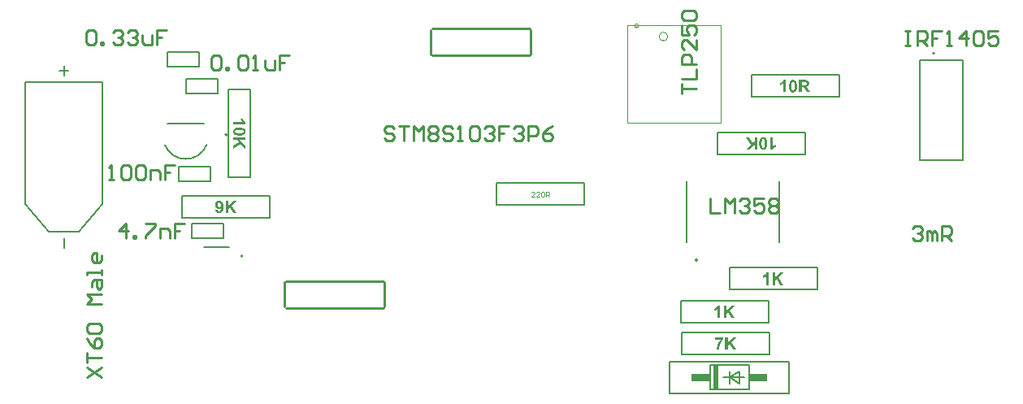
<source format=gto>
G04*
G04 #@! TF.GenerationSoftware,Altium Limited,Altium Designer,24.9.1 (31)*
G04*
G04 Layer_Color=65535*
%FSLAX44Y44*%
%MOMM*%
G71*
G04*
G04 #@! TF.SameCoordinates,570542E3-00E4-430B-A899-0EB25D94C372*
G04*
G04*
G04 #@! TF.FilePolarity,Positive*
G04*
G01*
G75*
%ADD10C,0.2000*%
%ADD11C,0.0500*%
%ADD12C,0.1270*%
%ADD13C,0.1000*%
%ADD14C,0.2540*%
%ADD15C,0.1524*%
G36*
X1079500Y486405D02*
X1060398D01*
Y494030D01*
X1079500D01*
Y486405D01*
D02*
G37*
G36*
X1088390Y477506D02*
X1083291D01*
Y502920D01*
X1088390D01*
Y477506D01*
D02*
G37*
G36*
X1139190Y486404D02*
X1120174D01*
Y494030D01*
X1139190D01*
Y486404D01*
D02*
G37*
G36*
X592604Y759903D02*
X592622Y759885D01*
X592641Y759829D01*
X592659Y759755D01*
X592752Y759570D01*
X592863Y759311D01*
X593011Y758996D01*
X593215Y758644D01*
X593474Y758256D01*
X593770Y757848D01*
X593789Y757830D01*
X593807Y757793D01*
X593863Y757737D01*
X593937Y757663D01*
X594122Y757459D01*
X594363Y757237D01*
X594659Y756978D01*
X595029Y756719D01*
X595418Y756478D01*
X595844Y756293D01*
Y754293D01*
X582957D01*
Y756756D01*
X592233D01*
X592215Y756774D01*
X592178Y756811D01*
X592122Y756885D01*
X592030Y756996D01*
X591919Y757126D01*
X591808Y757274D01*
X591678Y757459D01*
X591530Y757663D01*
X591382Y757885D01*
X591233Y758126D01*
X591067Y758385D01*
X590919Y758663D01*
X590641Y759256D01*
X590382Y759922D01*
X592604D01*
Y759903D01*
D02*
G37*
G36*
X589882Y750590D02*
X590178Y750571D01*
X590530Y750534D01*
X590900Y750497D01*
X591308Y750460D01*
X591733Y750386D01*
X592159Y750312D01*
X592604Y750201D01*
X593030Y750090D01*
X593437Y749942D01*
X593826Y749775D01*
X594196Y749590D01*
X594511Y749368D01*
X594529Y749349D01*
X594566Y749312D01*
X594641Y749257D01*
X594715Y749164D01*
X594826Y749071D01*
X594937Y748942D01*
X595048Y748775D01*
X595177Y748608D01*
X595307Y748405D01*
X595418Y748201D01*
X595529Y747960D01*
X595640Y747701D01*
X595714Y747423D01*
X595789Y747109D01*
X595826Y746794D01*
X595844Y746460D01*
Y746275D01*
X595826Y746146D01*
X595807Y745998D01*
X595770Y745812D01*
X595733Y745627D01*
X595677Y745405D01*
X595603Y745164D01*
X595511Y744942D01*
X595418Y744701D01*
X595289Y744461D01*
X595122Y744220D01*
X594955Y743979D01*
X594752Y743757D01*
X594511Y743553D01*
X594492Y743535D01*
X594437Y743498D01*
X594344Y743442D01*
X594215Y743350D01*
X594030Y743257D01*
X593807Y743146D01*
X593567Y743035D01*
X593252Y742924D01*
X592919Y742813D01*
X592530Y742683D01*
X592104Y742590D01*
X591622Y742498D01*
X591104Y742405D01*
X590548Y742350D01*
X589937Y742313D01*
X589271Y742294D01*
X589252D01*
X589234D01*
X589178D01*
X589104D01*
X588919D01*
X588678Y742313D01*
X588382Y742331D01*
X588030Y742368D01*
X587660Y742405D01*
X587252Y742442D01*
X586827Y742516D01*
X586382Y742609D01*
X585956Y742702D01*
X585530Y742831D01*
X585104Y742961D01*
X584716Y743146D01*
X584345Y743331D01*
X584030Y743553D01*
X584012Y743572D01*
X583975Y743609D01*
X583901Y743664D01*
X583827Y743738D01*
X583734Y743850D01*
X583623Y743979D01*
X583493Y744146D01*
X583382Y744313D01*
X583253Y744516D01*
X583123Y744720D01*
X583012Y744961D01*
X582920Y745220D01*
X582845Y745498D01*
X582771Y745812D01*
X582734Y746127D01*
X582716Y746460D01*
Y746535D01*
X582734Y746646D01*
Y746775D01*
X582753Y746923D01*
X582790Y747109D01*
X582827Y747312D01*
X582901Y747534D01*
X582975Y747775D01*
X583068Y748016D01*
X583179Y748275D01*
X583327Y748516D01*
X583475Y748775D01*
X583679Y749016D01*
X583882Y749257D01*
X584142Y749479D01*
X584160Y749497D01*
X584216Y749534D01*
X584308Y749590D01*
X584419Y749645D01*
X584586Y749738D01*
X584790Y749830D01*
X585049Y749942D01*
X585327Y750034D01*
X585660Y750145D01*
X586030Y750256D01*
X586456Y750349D01*
X586919Y750423D01*
X587438Y750497D01*
X588012Y750553D01*
X588623Y750590D01*
X589289Y750608D01*
X589308D01*
X589326D01*
X589382D01*
X589456D01*
X589641D01*
X589882Y750590D01*
D02*
G37*
G36*
X595770Y737498D02*
X590067D01*
X595770Y732240D01*
Y728759D01*
X590771Y733610D01*
X582957Y728518D01*
Y731869D01*
X588974Y735406D01*
X586827Y737498D01*
X582957D01*
Y740091D01*
X595770D01*
Y737498D01*
D02*
G37*
G36*
X581356Y669511D02*
X586448Y661697D01*
X583096D01*
X579560Y667714D01*
X577467Y665567D01*
Y661697D01*
X574875D01*
Y674510D01*
X577467D01*
Y668807D01*
X582726Y674510D01*
X586207D01*
X581356Y669511D01*
D02*
G37*
G36*
X568450Y674566D02*
X568598D01*
X568764Y674547D01*
X568950Y674510D01*
X569172Y674454D01*
X569394Y674399D01*
X569653Y674306D01*
X569912Y674214D01*
X570172Y674084D01*
X570449Y673936D01*
X570709Y673769D01*
X570968Y673566D01*
X571227Y673325D01*
X571468Y673066D01*
X571486Y673047D01*
X571523Y672992D01*
X571579Y672899D01*
X571671Y672769D01*
X571764Y672603D01*
X571875Y672399D01*
X571986Y672159D01*
X572097Y671881D01*
X572209Y671547D01*
X572338Y671177D01*
X572431Y670770D01*
X572523Y670325D01*
X572616Y669825D01*
X572671Y669288D01*
X572708Y668714D01*
X572727Y668085D01*
Y668066D01*
Y668048D01*
Y667992D01*
Y667937D01*
Y667751D01*
X572708Y667511D01*
X572690Y667215D01*
X572653Y666881D01*
X572616Y666529D01*
X572560Y666141D01*
X572486Y665715D01*
X572412Y665307D01*
X572301Y664881D01*
X572171Y664456D01*
X572023Y664067D01*
X571838Y663678D01*
X571653Y663326D01*
X571412Y663011D01*
X571394Y662993D01*
X571357Y662937D01*
X571283Y662863D01*
X571172Y662771D01*
X571042Y662660D01*
X570894Y662511D01*
X570709Y662382D01*
X570505Y662234D01*
X570283Y662085D01*
X570023Y661956D01*
X569746Y661826D01*
X569450Y661697D01*
X569116Y661604D01*
X568783Y661530D01*
X568431Y661474D01*
X568042Y661456D01*
X567894D01*
X567802Y661474D01*
X567672D01*
X567524Y661493D01*
X567172Y661548D01*
X566783Y661660D01*
X566394Y661789D01*
X565987Y661993D01*
X565802Y662104D01*
X565617Y662252D01*
X565598Y662271D01*
X565579Y662289D01*
X565524Y662345D01*
X565468Y662400D01*
X565394Y662493D01*
X565302Y662585D01*
X565228Y662715D01*
X565117Y662845D01*
X565024Y663011D01*
X564913Y663178D01*
X564820Y663382D01*
X564728Y663604D01*
X564635Y663826D01*
X564561Y664085D01*
X564487Y664344D01*
X564431Y664641D01*
X566802Y664919D01*
Y664881D01*
X566820Y664789D01*
X566839Y664659D01*
X566894Y664511D01*
X566950Y664326D01*
X567024Y664141D01*
X567116Y663974D01*
X567246Y663826D01*
X567265Y663808D01*
X567320Y663771D01*
X567394Y663715D01*
X567505Y663659D01*
X567653Y663604D01*
X567802Y663548D01*
X568005Y663511D01*
X568209Y663493D01*
X568246D01*
X568339Y663511D01*
X568468Y663530D01*
X568653Y663585D01*
X568857Y663659D01*
X569061Y663789D01*
X569283Y663956D01*
X569487Y664178D01*
X569505Y664215D01*
X569542Y664252D01*
X569579Y664326D01*
X569616Y664400D01*
X569672Y664511D01*
X569709Y664641D01*
X569783Y664807D01*
X569838Y664993D01*
X569894Y665196D01*
X569949Y665437D01*
X570005Y665696D01*
X570061Y665992D01*
X570098Y666326D01*
X570135Y666696D01*
X570172Y667085D01*
X570153Y667066D01*
X570135Y667048D01*
X570079Y666992D01*
X570005Y666918D01*
X569912Y666844D01*
X569801Y666752D01*
X569542Y666548D01*
X569209Y666344D01*
X568801Y666178D01*
X568579Y666104D01*
X568357Y666067D01*
X568116Y666030D01*
X567857Y666011D01*
X567709D01*
X567598Y666030D01*
X567468Y666048D01*
X567320Y666067D01*
X566968Y666159D01*
X566561Y666289D01*
X566357Y666400D01*
X566135Y666511D01*
X565913Y666640D01*
X565691Y666789D01*
X565468Y666974D01*
X565265Y667178D01*
X565246Y667196D01*
X565209Y667233D01*
X565172Y667307D01*
X565098Y667381D01*
X565005Y667511D01*
X564913Y667640D01*
X564820Y667807D01*
X564728Y667992D01*
X564617Y668196D01*
X564524Y668437D01*
X564431Y668677D01*
X564339Y668955D01*
X564265Y669233D01*
X564228Y669548D01*
X564191Y669881D01*
X564172Y670214D01*
Y670233D01*
Y670307D01*
Y670399D01*
X564191Y670547D01*
X564209Y670714D01*
X564228Y670899D01*
X564265Y671122D01*
X564320Y671344D01*
X564450Y671844D01*
X564543Y672121D01*
X564654Y672381D01*
X564783Y672640D01*
X564950Y672899D01*
X565117Y673140D01*
X565320Y673381D01*
X565339Y673399D01*
X565376Y673436D01*
X565431Y673492D01*
X565524Y673566D01*
X565654Y673658D01*
X565783Y673769D01*
X565950Y673862D01*
X566135Y673992D01*
X566320Y674103D01*
X566561Y674195D01*
X566802Y674306D01*
X567061Y674399D01*
X567339Y674473D01*
X567635Y674529D01*
X567931Y674566D01*
X568264Y674584D01*
X568357D01*
X568450Y674566D01*
D02*
G37*
G36*
X1178501Y800222D02*
X1178705D01*
X1178908Y800203D01*
X1179149D01*
X1179630Y800147D01*
X1180130Y800092D01*
X1180593Y799999D01*
X1180797Y799944D01*
X1180982Y799888D01*
X1181001D01*
X1181019Y799870D01*
X1181130Y799814D01*
X1181297Y799722D01*
X1181519Y799611D01*
X1181760Y799425D01*
X1182001Y799222D01*
X1182241Y798962D01*
X1182463Y798648D01*
Y798629D01*
X1182482Y798611D01*
X1182519Y798555D01*
X1182556Y798500D01*
X1182648Y798314D01*
X1182760Y798074D01*
X1182852Y797777D01*
X1182945Y797444D01*
X1183019Y797055D01*
X1183037Y796648D01*
Y796629D01*
Y796592D01*
Y796500D01*
X1183019Y796407D01*
Y796277D01*
X1183000Y796148D01*
X1182926Y795815D01*
X1182834Y795426D01*
X1182686Y795037D01*
X1182463Y794630D01*
X1182334Y794444D01*
X1182186Y794259D01*
X1182167Y794241D01*
X1182149Y794222D01*
X1182093Y794167D01*
X1182019Y794111D01*
X1181945Y794037D01*
X1181834Y793944D01*
X1181704Y793852D01*
X1181556Y793759D01*
X1181389Y793648D01*
X1181186Y793556D01*
X1180982Y793463D01*
X1180760Y793370D01*
X1180501Y793278D01*
X1180241Y793204D01*
X1179964Y793130D01*
X1179649Y793074D01*
X1179667D01*
X1179686Y793056D01*
X1179797Y792982D01*
X1179945Y792889D01*
X1180130Y792759D01*
X1180352Y792593D01*
X1180575Y792426D01*
X1180815Y792222D01*
X1181019Y792000D01*
X1181038Y791982D01*
X1181130Y791889D01*
X1181241Y791741D01*
X1181408Y791519D01*
X1181630Y791241D01*
X1181741Y791056D01*
X1181871Y790871D01*
X1182019Y790667D01*
X1182167Y790445D01*
X1182334Y790186D01*
X1182500Y789926D01*
X1184074Y787427D01*
X1180964D01*
X1179112Y790204D01*
X1179093Y790223D01*
X1179075Y790278D01*
X1179019Y790352D01*
X1178945Y790445D01*
X1178871Y790556D01*
X1178779Y790704D01*
X1178575Y791000D01*
X1178334Y791334D01*
X1178112Y791630D01*
X1177908Y791908D01*
X1177816Y792000D01*
X1177742Y792093D01*
X1177723Y792111D01*
X1177686Y792148D01*
X1177612Y792222D01*
X1177519Y792315D01*
X1177390Y792389D01*
X1177260Y792482D01*
X1177112Y792556D01*
X1176964Y792630D01*
X1176945D01*
X1176890Y792648D01*
X1176797Y792685D01*
X1176649Y792704D01*
X1176464Y792741D01*
X1176242Y792759D01*
X1175983Y792778D01*
X1175149D01*
Y787427D01*
X1172557D01*
Y800240D01*
X1178334D01*
X1178501Y800222D01*
D02*
G37*
G36*
X1158355Y787427D02*
X1155892D01*
Y796703D01*
X1155873Y796685D01*
X1155836Y796648D01*
X1155762Y796592D01*
X1155651Y796500D01*
X1155522Y796389D01*
X1155374Y796277D01*
X1155188Y796148D01*
X1154985Y796000D01*
X1154762Y795852D01*
X1154522Y795704D01*
X1154263Y795537D01*
X1153985Y795389D01*
X1153392Y795111D01*
X1152726Y794852D01*
Y797074D01*
X1152744D01*
X1152763Y797092D01*
X1152818Y797111D01*
X1152892Y797129D01*
X1153077Y797222D01*
X1153337Y797333D01*
X1153652Y797481D01*
X1154003Y797685D01*
X1154392Y797944D01*
X1154800Y798240D01*
X1154818Y798259D01*
X1154855Y798277D01*
X1154911Y798333D01*
X1154985Y798407D01*
X1155188Y798592D01*
X1155411Y798833D01*
X1155670Y799129D01*
X1155929Y799499D01*
X1156170Y799888D01*
X1156355Y800314D01*
X1158355D01*
Y787427D01*
D02*
G37*
G36*
X1166502Y800296D02*
X1166650Y800277D01*
X1166835Y800240D01*
X1167020Y800203D01*
X1167243Y800147D01*
X1167483Y800073D01*
X1167706Y799981D01*
X1167946Y799888D01*
X1168187Y799759D01*
X1168428Y799592D01*
X1168669Y799425D01*
X1168891Y799222D01*
X1169094Y798981D01*
X1169113Y798962D01*
X1169150Y798907D01*
X1169205Y798814D01*
X1169298Y798685D01*
X1169391Y798500D01*
X1169502Y798277D01*
X1169613Y798037D01*
X1169724Y797722D01*
X1169835Y797389D01*
X1169965Y797000D01*
X1170057Y796574D01*
X1170150Y796092D01*
X1170242Y795574D01*
X1170298Y795018D01*
X1170335Y794407D01*
X1170353Y793741D01*
Y793722D01*
Y793704D01*
Y793648D01*
Y793574D01*
Y793389D01*
X1170335Y793148D01*
X1170316Y792852D01*
X1170279Y792500D01*
X1170242Y792130D01*
X1170205Y791722D01*
X1170131Y791297D01*
X1170039Y790852D01*
X1169946Y790426D01*
X1169817Y790000D01*
X1169687Y789575D01*
X1169502Y789186D01*
X1169317Y788815D01*
X1169094Y788501D01*
X1169076Y788482D01*
X1169039Y788445D01*
X1168983Y788371D01*
X1168909Y788297D01*
X1168798Y788204D01*
X1168669Y788093D01*
X1168502Y787964D01*
X1168335Y787852D01*
X1168131Y787723D01*
X1167928Y787593D01*
X1167687Y787482D01*
X1167428Y787390D01*
X1167150Y787316D01*
X1166835Y787241D01*
X1166521Y787204D01*
X1166187Y787186D01*
X1166113D01*
X1166002Y787204D01*
X1165872D01*
X1165724Y787223D01*
X1165539Y787260D01*
X1165335Y787297D01*
X1165113Y787371D01*
X1164873Y787445D01*
X1164632Y787538D01*
X1164373Y787649D01*
X1164132Y787797D01*
X1163873Y787945D01*
X1163632Y788149D01*
X1163391Y788352D01*
X1163169Y788612D01*
X1163151Y788630D01*
X1163113Y788686D01*
X1163058Y788778D01*
X1163002Y788889D01*
X1162910Y789056D01*
X1162817Y789260D01*
X1162706Y789519D01*
X1162614Y789797D01*
X1162503Y790130D01*
X1162391Y790500D01*
X1162299Y790926D01*
X1162225Y791389D01*
X1162151Y791908D01*
X1162095Y792482D01*
X1162058Y793093D01*
X1162040Y793759D01*
Y793778D01*
Y793796D01*
Y793852D01*
Y793926D01*
Y794111D01*
X1162058Y794352D01*
X1162077Y794648D01*
X1162114Y795000D01*
X1162151Y795370D01*
X1162188Y795778D01*
X1162262Y796204D01*
X1162336Y796629D01*
X1162447Y797074D01*
X1162558Y797500D01*
X1162706Y797907D01*
X1162873Y798296D01*
X1163058Y798666D01*
X1163280Y798981D01*
X1163299Y798999D01*
X1163336Y799036D01*
X1163391Y799111D01*
X1163484Y799185D01*
X1163576Y799296D01*
X1163706Y799407D01*
X1163873Y799518D01*
X1164039Y799648D01*
X1164243Y799777D01*
X1164447Y799888D01*
X1164687Y799999D01*
X1164947Y800110D01*
X1165224Y800184D01*
X1165539Y800259D01*
X1165854Y800296D01*
X1166187Y800314D01*
X1166372D01*
X1166502Y800296D01*
D02*
G37*
G36*
X1128711Y727570D02*
X1126118D01*
Y733273D01*
X1120860Y727570D01*
X1117379D01*
X1122230Y732569D01*
X1117138Y740383D01*
X1120489D01*
X1124026Y734365D01*
X1126118Y736513D01*
Y740383D01*
X1128711D01*
Y727570D01*
D02*
G37*
G36*
X1145376Y731107D02*
X1145394Y731125D01*
X1145431Y731162D01*
X1145505Y731218D01*
X1145617Y731310D01*
X1145746Y731421D01*
X1145894Y731533D01*
X1146079Y731662D01*
X1146283Y731810D01*
X1146505Y731958D01*
X1146746Y732106D01*
X1147005Y732273D01*
X1147283Y732421D01*
X1147876Y732699D01*
X1148542Y732958D01*
Y730736D01*
X1148524D01*
X1148505Y730718D01*
X1148449Y730699D01*
X1148375Y730681D01*
X1148190Y730588D01*
X1147931Y730477D01*
X1147616Y730329D01*
X1147264Y730125D01*
X1146876Y729866D01*
X1146468Y729570D01*
X1146450Y729551D01*
X1146413Y729533D01*
X1146357Y729477D01*
X1146283Y729403D01*
X1146079Y729218D01*
X1145857Y728977D01*
X1145598Y728681D01*
X1145339Y728311D01*
X1145098Y727922D01*
X1144913Y727496D01*
X1142913D01*
Y740383D01*
X1145376D01*
Y731107D01*
D02*
G37*
G36*
X1135266Y740606D02*
X1135395D01*
X1135543Y740587D01*
X1135729Y740550D01*
X1135932Y740513D01*
X1136154Y740439D01*
X1136395Y740365D01*
X1136636Y740272D01*
X1136895Y740161D01*
X1137136Y740013D01*
X1137395Y739865D01*
X1137636Y739661D01*
X1137877Y739458D01*
X1138099Y739198D01*
X1138117Y739180D01*
X1138154Y739124D01*
X1138210Y739032D01*
X1138265Y738921D01*
X1138358Y738754D01*
X1138450Y738550D01*
X1138562Y738291D01*
X1138654Y738013D01*
X1138765Y737680D01*
X1138876Y737310D01*
X1138969Y736884D01*
X1139043Y736421D01*
X1139117Y735902D01*
X1139173Y735328D01*
X1139210Y734717D01*
X1139228Y734051D01*
Y734032D01*
Y734014D01*
Y733958D01*
Y733884D01*
Y733699D01*
X1139210Y733458D01*
X1139191Y733162D01*
X1139154Y732810D01*
X1139117Y732440D01*
X1139080Y732032D01*
X1139006Y731607D01*
X1138932Y731181D01*
X1138821Y730736D01*
X1138710Y730310D01*
X1138562Y729903D01*
X1138395Y729514D01*
X1138210Y729144D01*
X1137988Y728829D01*
X1137969Y728811D01*
X1137932Y728773D01*
X1137877Y728699D01*
X1137784Y728625D01*
X1137691Y728514D01*
X1137562Y728403D01*
X1137395Y728292D01*
X1137228Y728163D01*
X1137025Y728033D01*
X1136821Y727922D01*
X1136580Y727811D01*
X1136321Y727700D01*
X1136043Y727626D01*
X1135729Y727551D01*
X1135414Y727514D01*
X1135080Y727496D01*
X1134895D01*
X1134766Y727514D01*
X1134618Y727533D01*
X1134432Y727570D01*
X1134247Y727607D01*
X1134025Y727663D01*
X1133784Y727737D01*
X1133562Y727829D01*
X1133321Y727922D01*
X1133081Y728051D01*
X1132840Y728218D01*
X1132599Y728385D01*
X1132377Y728588D01*
X1132173Y728829D01*
X1132155Y728848D01*
X1132118Y728903D01*
X1132062Y728996D01*
X1131970Y729125D01*
X1131877Y729311D01*
X1131766Y729533D01*
X1131655Y729773D01*
X1131544Y730088D01*
X1131433Y730422D01*
X1131303Y730810D01*
X1131210Y731236D01*
X1131118Y731718D01*
X1131025Y732236D01*
X1130970Y732792D01*
X1130933Y733403D01*
X1130914Y734069D01*
Y734088D01*
Y734106D01*
Y734162D01*
Y734236D01*
Y734421D01*
X1130933Y734662D01*
X1130951Y734958D01*
X1130988Y735310D01*
X1131025Y735680D01*
X1131062Y736088D01*
X1131136Y736513D01*
X1131229Y736958D01*
X1131322Y737384D01*
X1131451Y737810D01*
X1131581Y738235D01*
X1131766Y738624D01*
X1131951Y738995D01*
X1132173Y739309D01*
X1132192Y739328D01*
X1132229Y739365D01*
X1132284Y739439D01*
X1132359Y739513D01*
X1132470Y739606D01*
X1132599Y739717D01*
X1132766Y739846D01*
X1132933Y739958D01*
X1133136Y740087D01*
X1133340Y740217D01*
X1133581Y740328D01*
X1133840Y740420D01*
X1134118Y740495D01*
X1134432Y740569D01*
X1134747Y740606D01*
X1135080Y740624D01*
X1135155D01*
X1135266Y740606D01*
D02*
G37*
G36*
X1151169Y594460D02*
X1156261Y586646D01*
X1152910D01*
X1149373Y592664D01*
X1147281Y590516D01*
Y586646D01*
X1144688D01*
Y599460D01*
X1147281D01*
Y593757D01*
X1152539Y599460D01*
X1156020D01*
X1151169Y594460D01*
D02*
G37*
G36*
X1140448Y586646D02*
X1137985D01*
Y595923D01*
X1137967Y595905D01*
X1137930Y595868D01*
X1137856Y595812D01*
X1137745Y595719D01*
X1137615Y595608D01*
X1137467Y595497D01*
X1137282Y595368D01*
X1137078Y595219D01*
X1136856Y595071D01*
X1136615Y594923D01*
X1136356Y594757D01*
X1136078Y594608D01*
X1135486Y594331D01*
X1134819Y594071D01*
Y596293D01*
X1134837D01*
X1134856Y596312D01*
X1134911Y596330D01*
X1134986Y596349D01*
X1135171Y596441D01*
X1135430Y596553D01*
X1135745Y596701D01*
X1136096Y596904D01*
X1136485Y597164D01*
X1136893Y597460D01*
X1136911Y597478D01*
X1136948Y597497D01*
X1137004Y597552D01*
X1137078Y597627D01*
X1137282Y597812D01*
X1137504Y598052D01*
X1137763Y598349D01*
X1138022Y598719D01*
X1138263Y599108D01*
X1138448Y599534D01*
X1140448D01*
Y586646D01*
D02*
G37*
G36*
X1100369Y560170D02*
X1105461Y552356D01*
X1102110D01*
X1098573Y558374D01*
X1096481Y556226D01*
Y552356D01*
X1093888D01*
Y565170D01*
X1096481D01*
Y559467D01*
X1101739Y565170D01*
X1105220D01*
X1100369Y560170D01*
D02*
G37*
G36*
X1089648Y552356D02*
X1087185D01*
Y561633D01*
X1087167Y561614D01*
X1087130Y561577D01*
X1087056Y561522D01*
X1086945Y561429D01*
X1086815Y561318D01*
X1086667Y561207D01*
X1086482Y561077D01*
X1086278Y560929D01*
X1086056Y560781D01*
X1085815Y560633D01*
X1085556Y560466D01*
X1085278Y560318D01*
X1084686Y560041D01*
X1084019Y559781D01*
Y562003D01*
X1084037D01*
X1084056Y562022D01*
X1084111Y562040D01*
X1084185Y562059D01*
X1084371Y562151D01*
X1084630Y562263D01*
X1084945Y562411D01*
X1085296Y562614D01*
X1085685Y562874D01*
X1086093Y563170D01*
X1086111Y563188D01*
X1086148Y563207D01*
X1086204Y563262D01*
X1086278Y563337D01*
X1086482Y563522D01*
X1086704Y563762D01*
X1086963Y564059D01*
X1087222Y564429D01*
X1087463Y564818D01*
X1087648Y565244D01*
X1089648D01*
Y552356D01*
D02*
G37*
G36*
X1101963Y527187D02*
X1107055Y519373D01*
X1103704D01*
X1100167Y525391D01*
X1098075Y523243D01*
Y519373D01*
X1095482D01*
Y532187D01*
X1098075D01*
Y526484D01*
X1103333Y532187D01*
X1106814D01*
X1101963Y527187D01*
D02*
G37*
G36*
X1093371Y530243D02*
X1093353Y530224D01*
X1093316Y530187D01*
X1093260Y530131D01*
X1093186Y530057D01*
X1093094Y529946D01*
X1092982Y529817D01*
X1092853Y529669D01*
X1092705Y529483D01*
X1092557Y529280D01*
X1092390Y529057D01*
X1092205Y528817D01*
X1092020Y528558D01*
X1091834Y528261D01*
X1091649Y527965D01*
X1091446Y527632D01*
X1091242Y527280D01*
X1091224Y527261D01*
X1091186Y527187D01*
X1091131Y527095D01*
X1091057Y526946D01*
X1090983Y526780D01*
X1090872Y526558D01*
X1090761Y526317D01*
X1090631Y526058D01*
X1090501Y525761D01*
X1090372Y525447D01*
X1090224Y525113D01*
X1090094Y524762D01*
X1089835Y524002D01*
X1089594Y523206D01*
Y523188D01*
X1089576Y523114D01*
X1089538Y523003D01*
X1089501Y522836D01*
X1089464Y522651D01*
X1089427Y522447D01*
X1089372Y522188D01*
X1089316Y521928D01*
X1089261Y521632D01*
X1089224Y521336D01*
X1089131Y520688D01*
X1089075Y520021D01*
X1089057Y519373D01*
X1086687D01*
Y519410D01*
Y519484D01*
X1086705Y519632D01*
Y519836D01*
X1086724Y520077D01*
X1086761Y520355D01*
X1086798Y520688D01*
X1086854Y521040D01*
X1086909Y521429D01*
X1086983Y521855D01*
X1087076Y522299D01*
X1087168Y522780D01*
X1087298Y523262D01*
X1087428Y523762D01*
X1087594Y524262D01*
X1087779Y524780D01*
X1087798Y524817D01*
X1087835Y524910D01*
X1087890Y525058D01*
X1087965Y525243D01*
X1088076Y525484D01*
X1088205Y525780D01*
X1088353Y526095D01*
X1088520Y526447D01*
X1088705Y526817D01*
X1088909Y527206D01*
X1089131Y527632D01*
X1089390Y528039D01*
X1089927Y528909D01*
X1090538Y529743D01*
X1084965D01*
Y532020D01*
X1093371D01*
Y530243D01*
D02*
G37*
%LPC*%
G36*
X589678Y748016D02*
X589271D01*
X589252D01*
X589178D01*
X589049D01*
X588900D01*
X588715D01*
X588512Y747997D01*
X588271D01*
X588030Y747979D01*
X587512Y747960D01*
X586993Y747923D01*
X586753Y747905D01*
X586530Y747868D01*
X586327Y747831D01*
X586141Y747794D01*
X586104Y747775D01*
X586012Y747757D01*
X585864Y747701D01*
X585697Y747645D01*
X585512Y747553D01*
X585327Y747460D01*
X585160Y747349D01*
X585030Y747238D01*
X585012Y747220D01*
X584993Y747183D01*
X584938Y747109D01*
X584901Y747016D01*
X584845Y746905D01*
X584790Y746775D01*
X584771Y746627D01*
X584753Y746460D01*
Y746386D01*
X584771Y746294D01*
X584790Y746201D01*
X584827Y746072D01*
X584864Y745942D01*
X584938Y745812D01*
X585030Y745683D01*
X585049Y745664D01*
X585086Y745627D01*
X585160Y745553D01*
X585271Y745479D01*
X585401Y745405D01*
X585586Y745312D01*
X585790Y745220D01*
X586049Y745146D01*
X586067D01*
X586086Y745127D01*
X586160D01*
X586234Y745109D01*
X586345Y745090D01*
X586475Y745072D01*
X586623Y745035D01*
X586808Y745016D01*
X587012Y744998D01*
X587252Y744961D01*
X587512Y744942D01*
X587808Y744924D01*
X588123Y744905D01*
X588475D01*
X588863Y744887D01*
X589271D01*
X589289D01*
X589363D01*
X589493D01*
X589641D01*
X589826D01*
X590030Y744905D01*
X590271D01*
X590511Y744924D01*
X591030Y744942D01*
X591530Y744979D01*
X591771Y745016D01*
X592011Y745053D01*
X592215Y745090D01*
X592382Y745127D01*
X592400D01*
X592419Y745146D01*
X592511Y745164D01*
X592659Y745220D01*
X592844Y745275D01*
X593030Y745368D01*
X593215Y745461D01*
X593381Y745572D01*
X593511Y745683D01*
X593530Y745701D01*
X593567Y745738D01*
X593604Y745812D01*
X593659Y745905D01*
X593715Y746016D01*
X593770Y746146D01*
X593789Y746294D01*
X593807Y746460D01*
Y746535D01*
X593789Y746627D01*
X593770Y746720D01*
X593733Y746849D01*
X593678Y746979D01*
X593604Y747127D01*
X593511Y747257D01*
X593493Y747275D01*
X593456Y747312D01*
X593381Y747368D01*
X593289Y747442D01*
X593141Y747534D01*
X592974Y747608D01*
X592752Y747701D01*
X592493Y747775D01*
X592474D01*
X592456Y747794D01*
X592382D01*
X592308Y747812D01*
X592196Y747831D01*
X592067Y747849D01*
X591919Y747868D01*
X591733Y747886D01*
X591511Y747923D01*
X591289Y747942D01*
X591011Y747960D01*
X590733Y747979D01*
X590400Y747997D01*
X590067D01*
X589678Y748016D01*
D02*
G37*
G36*
X568153Y672547D02*
X568042D01*
X567913Y672510D01*
X567765Y672473D01*
X567579Y672418D01*
X567394Y672307D01*
X567209Y672177D01*
X567024Y671992D01*
X567005Y671973D01*
X566950Y671881D01*
X566876Y671751D01*
X566802Y671566D01*
X566728Y671325D01*
X566654Y671010D01*
X566598Y670640D01*
X566579Y670214D01*
Y670196D01*
Y670159D01*
Y670103D01*
Y670011D01*
X566598Y669788D01*
X566635Y669529D01*
X566690Y669214D01*
X566783Y668918D01*
X566894Y668622D01*
X567061Y668381D01*
X567079Y668363D01*
X567154Y668288D01*
X567246Y668196D01*
X567394Y668103D01*
X567579Y667992D01*
X567783Y667900D01*
X568024Y667826D01*
X568283Y667807D01*
X568320D01*
X568394Y667826D01*
X568524Y667844D01*
X568690Y667881D01*
X568876Y667937D01*
X569079Y668048D01*
X569283Y668177D01*
X569468Y668363D01*
X569487Y668381D01*
X569542Y668474D01*
X569635Y668603D01*
X569727Y668770D01*
X569801Y669011D01*
X569894Y669288D01*
X569949Y669622D01*
X569968Y670011D01*
Y670029D01*
Y670066D01*
Y670122D01*
Y670214D01*
X569931Y670418D01*
X569894Y670696D01*
X569838Y670992D01*
X569727Y671307D01*
X569598Y671603D01*
X569412Y671881D01*
X569394Y671918D01*
X569320Y671992D01*
X569209Y672084D01*
X569061Y672214D01*
X568876Y672344D01*
X568653Y672436D01*
X568413Y672510D01*
X568153Y672547D01*
D02*
G37*
G36*
X1178112Y798074D02*
X1175149D01*
Y794815D01*
X1177668D01*
X1178038Y794833D01*
X1178427Y794852D01*
X1178816Y794870D01*
X1178982Y794889D01*
X1179130Y794907D01*
X1179278Y794944D01*
X1179371Y794963D01*
X1179390D01*
X1179445Y795000D01*
X1179538Y795037D01*
X1179630Y795092D01*
X1179871Y795259D01*
X1179982Y795370D01*
X1180093Y795500D01*
X1180112Y795518D01*
X1180130Y795574D01*
X1180186Y795648D01*
X1180241Y795759D01*
X1180278Y795907D01*
X1180334Y796074D01*
X1180352Y796259D01*
X1180371Y796463D01*
Y796500D01*
Y796574D01*
X1180352Y796685D01*
X1180334Y796833D01*
X1180278Y797000D01*
X1180223Y797166D01*
X1180130Y797352D01*
X1180019Y797500D01*
X1180001Y797518D01*
X1179964Y797574D01*
X1179871Y797629D01*
X1179760Y797722D01*
X1179630Y797814D01*
X1179464Y797888D01*
X1179260Y797962D01*
X1179038Y798018D01*
X1179019D01*
X1178964Y798037D01*
X1178853D01*
X1178686Y798055D01*
X1178279D01*
X1178112Y798074D01*
D02*
G37*
G36*
X1166187Y798277D02*
X1166113D01*
X1166021Y798259D01*
X1165928Y798240D01*
X1165798Y798203D01*
X1165669Y798148D01*
X1165521Y798074D01*
X1165391Y797981D01*
X1165372Y797962D01*
X1165335Y797925D01*
X1165280Y797851D01*
X1165206Y797759D01*
X1165113Y797611D01*
X1165039Y797444D01*
X1164947Y797222D01*
X1164873Y796963D01*
Y796944D01*
X1164854Y796926D01*
Y796852D01*
X1164836Y796777D01*
X1164817Y796666D01*
X1164799Y796537D01*
X1164780Y796389D01*
X1164762Y796204D01*
X1164725Y795981D01*
X1164706Y795759D01*
X1164687Y795481D01*
X1164669Y795204D01*
X1164650Y794870D01*
Y794537D01*
X1164632Y794148D01*
Y793741D01*
Y793722D01*
Y793648D01*
Y793519D01*
Y793370D01*
Y793185D01*
X1164650Y792982D01*
Y792741D01*
X1164669Y792500D01*
X1164687Y791982D01*
X1164725Y791463D01*
X1164743Y791223D01*
X1164780Y791000D01*
X1164817Y790797D01*
X1164854Y790611D01*
X1164873Y790574D01*
X1164891Y790482D01*
X1164947Y790334D01*
X1165002Y790167D01*
X1165095Y789982D01*
X1165187Y789797D01*
X1165298Y789630D01*
X1165410Y789501D01*
X1165428Y789482D01*
X1165465Y789463D01*
X1165539Y789408D01*
X1165632Y789371D01*
X1165743Y789315D01*
X1165872Y789260D01*
X1166021Y789241D01*
X1166187Y789223D01*
X1166261D01*
X1166354Y789241D01*
X1166447Y789260D01*
X1166576Y789297D01*
X1166706Y789334D01*
X1166835Y789408D01*
X1166965Y789501D01*
X1166983Y789519D01*
X1167020Y789556D01*
X1167095Y789630D01*
X1167169Y789741D01*
X1167243Y789871D01*
X1167335Y790056D01*
X1167428Y790260D01*
X1167502Y790519D01*
Y790537D01*
X1167521Y790556D01*
Y790630D01*
X1167539Y790704D01*
X1167558Y790815D01*
X1167576Y790945D01*
X1167613Y791093D01*
X1167632Y791278D01*
X1167650Y791482D01*
X1167687Y791722D01*
X1167706Y791982D01*
X1167724Y792278D01*
X1167743Y792593D01*
Y792944D01*
X1167761Y793333D01*
Y793741D01*
Y793759D01*
Y793833D01*
Y793963D01*
Y794111D01*
Y794296D01*
X1167743Y794500D01*
Y794741D01*
X1167724Y794981D01*
X1167706Y795500D01*
X1167669Y796000D01*
X1167632Y796240D01*
X1167595Y796481D01*
X1167558Y796685D01*
X1167521Y796852D01*
Y796870D01*
X1167502Y796889D01*
X1167483Y796981D01*
X1167428Y797129D01*
X1167372Y797315D01*
X1167280Y797500D01*
X1167187Y797685D01*
X1167076Y797851D01*
X1166965Y797981D01*
X1166946Y798000D01*
X1166909Y798037D01*
X1166835Y798074D01*
X1166743Y798129D01*
X1166632Y798185D01*
X1166502Y798240D01*
X1166354Y798259D01*
X1166187Y798277D01*
D02*
G37*
G36*
X1135080Y738587D02*
X1135006D01*
X1134914Y738569D01*
X1134821Y738550D01*
X1134692Y738513D01*
X1134562Y738476D01*
X1134432Y738402D01*
X1134303Y738309D01*
X1134284Y738291D01*
X1134247Y738254D01*
X1134173Y738180D01*
X1134099Y738069D01*
X1134025Y737939D01*
X1133932Y737754D01*
X1133840Y737550D01*
X1133766Y737291D01*
Y737273D01*
X1133747Y737254D01*
Y737180D01*
X1133729Y737106D01*
X1133710Y736995D01*
X1133692Y736865D01*
X1133655Y736717D01*
X1133636Y736532D01*
X1133618Y736328D01*
X1133581Y736088D01*
X1133562Y735828D01*
X1133544Y735532D01*
X1133525Y735217D01*
Y734865D01*
X1133507Y734477D01*
Y734069D01*
Y734051D01*
Y733977D01*
Y733847D01*
Y733699D01*
Y733514D01*
X1133525Y733310D01*
Y733069D01*
X1133544Y732829D01*
X1133562Y732310D01*
X1133599Y731810D01*
X1133636Y731570D01*
X1133673Y731329D01*
X1133710Y731125D01*
X1133747Y730958D01*
Y730940D01*
X1133766Y730921D01*
X1133784Y730829D01*
X1133840Y730681D01*
X1133895Y730496D01*
X1133988Y730310D01*
X1134081Y730125D01*
X1134192Y729959D01*
X1134303Y729829D01*
X1134321Y729810D01*
X1134358Y729773D01*
X1134432Y729736D01*
X1134525Y729681D01*
X1134636Y729625D01*
X1134766Y729570D01*
X1134914Y729551D01*
X1135080Y729533D01*
X1135155D01*
X1135247Y729551D01*
X1135340Y729570D01*
X1135469Y729607D01*
X1135599Y729662D01*
X1135747Y729736D01*
X1135877Y729829D01*
X1135895Y729847D01*
X1135932Y729884D01*
X1135988Y729959D01*
X1136062Y730051D01*
X1136154Y730199D01*
X1136228Y730366D01*
X1136321Y730588D01*
X1136395Y730847D01*
Y730866D01*
X1136414Y730884D01*
Y730958D01*
X1136432Y731032D01*
X1136451Y731144D01*
X1136469Y731273D01*
X1136488Y731421D01*
X1136506Y731607D01*
X1136543Y731829D01*
X1136562Y732051D01*
X1136580Y732329D01*
X1136599Y732606D01*
X1136617Y732940D01*
Y733273D01*
X1136636Y733662D01*
Y734069D01*
Y734088D01*
Y734162D01*
Y734291D01*
Y734440D01*
Y734625D01*
X1136617Y734828D01*
Y735069D01*
X1136599Y735310D01*
X1136580Y735828D01*
X1136543Y736347D01*
X1136525Y736588D01*
X1136488Y736810D01*
X1136451Y737013D01*
X1136414Y737199D01*
X1136395Y737236D01*
X1136377Y737328D01*
X1136321Y737476D01*
X1136266Y737643D01*
X1136173Y737828D01*
X1136080Y738013D01*
X1135969Y738180D01*
X1135858Y738309D01*
X1135840Y738328D01*
X1135803Y738347D01*
X1135729Y738402D01*
X1135636Y738439D01*
X1135525Y738495D01*
X1135395Y738550D01*
X1135247Y738569D01*
X1135080Y738587D01*
D02*
G37*
%LPD*%
D10*
X1313700Y827925D02*
G03*
X1313700Y827925I-1000J0D01*
G01*
X1066530Y612590D02*
G03*
X1066530Y612590I-1000J0D01*
G01*
X576400Y742950D02*
G03*
X576400Y742950I-1000J0D01*
G01*
X592650Y616665D02*
G03*
X592650Y616665I-1000J0D01*
G01*
X1037590Y473710D02*
Y506730D01*
Y473710D02*
X1162050D01*
Y506730D01*
X1037590D02*
X1162050D01*
D11*
X1005100Y856450D02*
G03*
X1005100Y856450I-2000J0D01*
G01*
X1035572Y845450D02*
G03*
X1035572Y845450I-4472J0D01*
G01*
D12*
X511611Y732597D02*
G03*
X555189Y732597I21789J8803D01*
G01*
X406400Y625090D02*
Y635090D01*
X365900Y670590D02*
X390400Y642590D01*
X422400D02*
X446900Y670590D01*
X401400Y810090D02*
X411400D01*
X406400Y805090D02*
Y815090D01*
X365900Y797590D02*
X446900D01*
X365900Y670590D02*
Y797590D01*
X390400Y642590D02*
X422400D01*
X446900Y670590D02*
Y797590D01*
X1343025Y716275D02*
Y820425D01*
X1298575Y716275D02*
X1343025D01*
X1298575D02*
Y820425D01*
X1343025D01*
X1055680Y631190D02*
Y694690D01*
X1151580Y631190D02*
Y694690D01*
X539750Y635000D02*
Y650240D01*
X572770Y635000D02*
Y650240D01*
X539750D02*
X572770D01*
X539750Y635000D02*
X572770D01*
X525780Y694690D02*
Y709930D01*
X558800Y694690D02*
Y709930D01*
X525780D02*
X558800D01*
X525780Y694690D02*
X558800D01*
X533400Y786130D02*
Y801370D01*
X566420Y786130D02*
Y801370D01*
X533400D02*
X566420D01*
X533400Y786130D02*
X566420D01*
X547370Y814070D02*
Y829310D01*
X514350Y814070D02*
Y829310D01*
Y814070D02*
X547370D01*
X514350Y829310D02*
X547370D01*
X1099820Y581660D02*
Y604520D01*
Y581660D02*
X1191260D01*
Y604520D01*
X1099820D02*
X1191260D01*
X1050290Y514350D02*
Y537210D01*
Y514350D02*
X1141730D01*
Y537210D01*
X1050290D02*
X1141730D01*
X1140460Y547370D02*
Y570230D01*
X1049020D02*
X1140460D01*
X1049020Y547370D02*
Y570230D01*
Y547370D02*
X1140460D01*
X514165Y754900D02*
X552635D01*
X514165D02*
X552635D01*
X552075Y625990D02*
X578225D01*
X577850Y789940D02*
X600710D01*
X577850Y698500D02*
Y789940D01*
Y698500D02*
X600710D01*
Y789940D01*
X621030Y656590D02*
Y679450D01*
X529590D02*
X621030D01*
X529590Y656590D02*
Y679450D01*
Y656590D02*
X621030D01*
X857250Y670068D02*
Y692928D01*
Y670068D02*
X948690D01*
Y692928D01*
X857250D02*
X948690D01*
X1122680Y782320D02*
Y805180D01*
Y782320D02*
X1214120D01*
Y805180D01*
X1122680D02*
X1214120D01*
X1178560Y722630D02*
Y745490D01*
X1087120D02*
X1178560D01*
X1087120Y722630D02*
Y745490D01*
Y722630D02*
X1178560D01*
D13*
X993140Y755650D02*
Y857250D01*
Y755650D02*
X1090930D01*
Y857250D01*
X993140D02*
X1090930D01*
X897139Y678999D02*
X893806D01*
X897139Y682331D01*
Y683164D01*
X896305Y683997D01*
X894639D01*
X893806Y683164D01*
X902137Y678999D02*
X898805D01*
X902137Y682331D01*
Y683164D01*
X901304Y683997D01*
X899638D01*
X898805Y683164D01*
X903803D02*
X904636Y683997D01*
X906302D01*
X907135Y683164D01*
Y679832D01*
X906302Y678999D01*
X904636D01*
X903803Y679832D01*
Y683164D01*
X908801Y678999D02*
Y683997D01*
X911301D01*
X912134Y683164D01*
Y681498D01*
X911301Y680665D01*
X908801D01*
X910468D02*
X912134Y678999D01*
D14*
X637540Y562610D02*
X739140D01*
X740410Y563880D02*
Y589280D01*
X637540Y590550D02*
X739140D01*
X636270Y563880D02*
Y589280D01*
X789940Y825500D02*
X891540D01*
X892810Y826770D02*
Y852170D01*
X789940Y853440D02*
X891540D01*
X788670Y826770D02*
Y852170D01*
X1079511Y676908D02*
Y661673D01*
X1089668D01*
X1094747D02*
Y676908D01*
X1099825Y671829D01*
X1104903Y676908D01*
Y661673D01*
X1109982Y674368D02*
X1112521Y676908D01*
X1117599D01*
X1120138Y674368D01*
Y671829D01*
X1117599Y669290D01*
X1115060D01*
X1117599D01*
X1120138Y666751D01*
Y664212D01*
X1117599Y661673D01*
X1112521D01*
X1109982Y664212D01*
X1135373Y676908D02*
X1125217D01*
Y669290D01*
X1130295Y671829D01*
X1132834D01*
X1135373Y669290D01*
Y664212D01*
X1132834Y661673D01*
X1127756D01*
X1125217Y664212D01*
X1140452Y674368D02*
X1142991Y676908D01*
X1148069D01*
X1150609Y674368D01*
Y671829D01*
X1148069Y669290D01*
X1150609Y666751D01*
Y664212D01*
X1148069Y661673D01*
X1142991D01*
X1140452Y664212D01*
Y666751D01*
X1142991Y669290D01*
X1140452Y671829D01*
Y674368D01*
X1142991Y669290D02*
X1148069D01*
X750595Y749298D02*
X748056Y751837D01*
X742978D01*
X740438Y749298D01*
Y746759D01*
X742978Y744220D01*
X748056D01*
X750595Y741681D01*
Y739142D01*
X748056Y736602D01*
X742978D01*
X740438Y739142D01*
X755673Y751837D02*
X765830D01*
X760752D01*
Y736602D01*
X770909D02*
Y751837D01*
X775987Y746759D01*
X781065Y751837D01*
Y736602D01*
X786144Y749298D02*
X788683Y751837D01*
X793761D01*
X796300Y749298D01*
Y746759D01*
X793761Y744220D01*
X796300Y741681D01*
Y739142D01*
X793761Y736602D01*
X788683D01*
X786144Y739142D01*
Y741681D01*
X788683Y744220D01*
X786144Y746759D01*
Y749298D01*
X788683Y744220D02*
X793761D01*
X811535Y749298D02*
X808996Y751837D01*
X803918D01*
X801379Y749298D01*
Y746759D01*
X803918Y744220D01*
X808996D01*
X811535Y741681D01*
Y739142D01*
X808996Y736602D01*
X803918D01*
X801379Y739142D01*
X816614Y736602D02*
X821692D01*
X819153D01*
Y751837D01*
X816614Y749298D01*
X829310D02*
X831849Y751837D01*
X836927D01*
X839466Y749298D01*
Y739142D01*
X836927Y736602D01*
X831849D01*
X829310Y739142D01*
Y749298D01*
X844545D02*
X847084Y751837D01*
X852162D01*
X854701Y749298D01*
Y746759D01*
X852162Y744220D01*
X849623D01*
X852162D01*
X854701Y741681D01*
Y739142D01*
X852162Y736602D01*
X847084D01*
X844545Y739142D01*
X869937Y751837D02*
X859780D01*
Y744220D01*
X864858D01*
X859780D01*
Y736602D01*
X875015Y749298D02*
X877554Y751837D01*
X882632D01*
X885172Y749298D01*
Y746759D01*
X882632Y744220D01*
X880093D01*
X882632D01*
X885172Y741681D01*
Y739142D01*
X882632Y736602D01*
X877554D01*
X875015Y739142D01*
X890250Y736602D02*
Y751837D01*
X897867D01*
X900407Y749298D01*
Y744220D01*
X897867Y741681D01*
X890250D01*
X915642Y751837D02*
X910563Y749298D01*
X905485Y744220D01*
Y739142D01*
X908024Y736602D01*
X913102D01*
X915642Y739142D01*
Y741681D01*
X913102Y744220D01*
X905485D01*
X1290327Y645158D02*
X1292866Y647698D01*
X1297944D01*
X1300483Y645158D01*
Y642619D01*
X1297944Y640080D01*
X1295405D01*
X1297944D01*
X1300483Y637541D01*
Y635002D01*
X1297944Y632463D01*
X1292866D01*
X1290327Y635002D01*
X1305562Y632463D02*
Y642619D01*
X1308101D01*
X1310640Y640080D01*
Y632463D01*
Y640080D01*
X1313179Y642619D01*
X1315718Y640080D01*
Y632463D01*
X1320797D02*
Y647698D01*
X1328414D01*
X1330953Y645158D01*
Y640080D01*
X1328414Y637541D01*
X1320797D01*
X1325875D02*
X1330953Y632463D01*
X1282716Y850898D02*
X1287794D01*
X1285255D01*
Y835663D01*
X1282716D01*
X1287794D01*
X1295412D02*
Y850898D01*
X1303029D01*
X1305568Y848358D01*
Y843280D01*
X1303029Y840741D01*
X1295412D01*
X1300490D02*
X1305568Y835663D01*
X1320803Y850898D02*
X1310647D01*
Y843280D01*
X1315725D01*
X1310647D01*
Y835663D01*
X1325882D02*
X1330960D01*
X1328421D01*
Y850898D01*
X1325882Y848358D01*
X1346195Y835663D02*
Y850898D01*
X1338578Y843280D01*
X1348734D01*
X1353813Y848358D02*
X1356352Y850898D01*
X1361430D01*
X1363969Y848358D01*
Y838202D01*
X1361430Y835663D01*
X1356352D01*
X1353813Y838202D01*
Y848358D01*
X1379204Y850898D02*
X1369048D01*
Y843280D01*
X1374126Y845819D01*
X1376665D01*
X1379204Y843280D01*
Y838202D01*
X1376665Y835663D01*
X1371587D01*
X1369048Y838202D01*
X430532Y490241D02*
X445768Y500398D01*
X430532D02*
X445768Y490241D01*
X430532Y505476D02*
Y515633D01*
Y510554D01*
X445768D01*
X430532Y530868D02*
X433072Y525789D01*
X438150Y520711D01*
X443228D01*
X445768Y523250D01*
Y528329D01*
X443228Y530868D01*
X440689D01*
X438150Y528329D01*
Y520711D01*
X433072Y535946D02*
X430532Y538485D01*
Y543564D01*
X433072Y546103D01*
X443228D01*
X445768Y543564D01*
Y538485D01*
X443228Y535946D01*
X433072D01*
X445768Y566416D02*
X430532D01*
X435611Y571495D01*
X430532Y576573D01*
X445768D01*
X435611Y584191D02*
Y589269D01*
X438150Y591808D01*
X445768D01*
Y584191D01*
X443228Y581651D01*
X440689Y584191D01*
Y591808D01*
X445768Y596886D02*
Y601965D01*
Y599426D01*
X430532D01*
Y596886D01*
X445768Y617200D02*
Y612122D01*
X443228Y609582D01*
X438150D01*
X435611Y612122D01*
Y617200D01*
X438150Y619739D01*
X440689D01*
Y609582D01*
X1050293Y786144D02*
Y796301D01*
Y791222D01*
X1065527D01*
X1050293Y801379D02*
X1065527D01*
Y811536D01*
Y816614D02*
X1050293D01*
Y824232D01*
X1052832Y826771D01*
X1057910D01*
X1060449Y824232D01*
Y816614D01*
X1065527Y842006D02*
Y831849D01*
X1055371Y842006D01*
X1052832D01*
X1050293Y839467D01*
Y834388D01*
X1052832Y831849D01*
X1050293Y857241D02*
Y847084D01*
X1057910D01*
X1055371Y852163D01*
Y854702D01*
X1057910Y857241D01*
X1062988D01*
X1065527Y854702D01*
Y849623D01*
X1062988Y847084D01*
X1052832Y862319D02*
X1050293Y864858D01*
Y869937D01*
X1052832Y872476D01*
X1062988D01*
X1065527Y869937D01*
Y864858D01*
X1062988Y862319D01*
X1052832D01*
X453401Y695963D02*
X458479D01*
X455940D01*
Y711198D01*
X453401Y708658D01*
X466097D02*
X468636Y711198D01*
X473714D01*
X476254Y708658D01*
Y698502D01*
X473714Y695963D01*
X468636D01*
X466097Y698502D01*
Y708658D01*
X481332D02*
X483871Y711198D01*
X488950D01*
X491489Y708658D01*
Y698502D01*
X488950Y695963D01*
X483871D01*
X481332Y698502D01*
Y708658D01*
X496567Y695963D02*
Y706119D01*
X504185D01*
X506724Y703580D01*
Y695963D01*
X521959Y711198D02*
X511802D01*
Y703580D01*
X516881D01*
X511802D01*
Y695963D01*
X471179Y635003D02*
Y650238D01*
X463561Y642620D01*
X473718D01*
X478796Y635003D02*
Y637542D01*
X481335D01*
Y635003D01*
X478796D01*
X491492Y650238D02*
X501649D01*
Y647698D01*
X491492Y637542D01*
Y635003D01*
X506727D02*
Y645159D01*
X514345D01*
X516884Y642620D01*
Y635003D01*
X532119Y650238D02*
X521962D01*
Y642620D01*
X527041D01*
X521962D01*
Y635003D01*
X560083Y822958D02*
X562622Y825498D01*
X567701D01*
X570240Y822958D01*
Y812802D01*
X567701Y810263D01*
X562622D01*
X560083Y812802D01*
Y822958D01*
X575318Y810263D02*
Y812802D01*
X577857D01*
Y810263D01*
X575318D01*
X588014Y822958D02*
X590553Y825498D01*
X595632D01*
X598171Y822958D01*
Y812802D01*
X595632Y810263D01*
X590553D01*
X588014Y812802D01*
Y822958D01*
X603249Y810263D02*
X608327D01*
X605788D01*
Y825498D01*
X603249Y822958D01*
X615945Y820419D02*
Y812802D01*
X618484Y810263D01*
X626102D01*
Y820419D01*
X641337Y825498D02*
X631180D01*
Y817880D01*
X636259D01*
X631180D01*
Y810263D01*
X429274Y849628D02*
X431813Y852168D01*
X436891D01*
X439430Y849628D01*
Y839472D01*
X436891Y836933D01*
X431813D01*
X429274Y839472D01*
Y849628D01*
X444509Y836933D02*
Y839472D01*
X447048D01*
Y836933D01*
X444509D01*
X457205Y849628D02*
X459744Y852168D01*
X464822D01*
X467361Y849628D01*
Y847089D01*
X464822Y844550D01*
X462283D01*
X464822D01*
X467361Y842011D01*
Y839472D01*
X464822Y836933D01*
X459744D01*
X457205Y839472D01*
X472440Y849628D02*
X474979Y852168D01*
X480057D01*
X482596Y849628D01*
Y847089D01*
X480057Y844550D01*
X477518D01*
X480057D01*
X482596Y842011D01*
Y839472D01*
X480057Y836933D01*
X474979D01*
X472440Y839472D01*
X487675Y847089D02*
Y839472D01*
X490214Y836933D01*
X497831D01*
Y847089D01*
X513066Y852168D02*
X502910D01*
Y844550D01*
X507988D01*
X502910D01*
Y836933D01*
D15*
X1099820Y483870D02*
Y490220D01*
Y496570D01*
Y490220D02*
X1109980Y496570D01*
X1099820Y490220D02*
X1115060D01*
X1099820D02*
X1109980Y483870D01*
Y496570D01*
X1093470Y490220D02*
X1099820D01*
X1079500Y477520D02*
Y502920D01*
X1120140D01*
Y477520D02*
Y502920D01*
X1079500Y477520D02*
X1120140D01*
M02*

</source>
